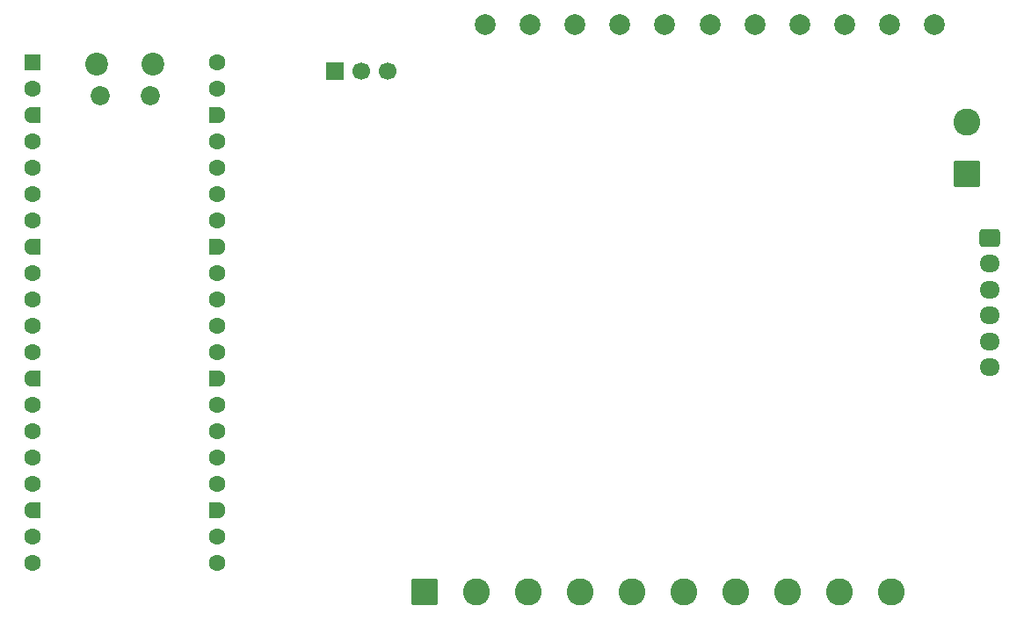
<source format=gbs>
%TF.GenerationSoftware,KiCad,Pcbnew,9.0.2*%
%TF.CreationDate,2025-06-08T07:26:58-06:00*%
%TF.ProjectId,Pico_H-bridge_complete,5069636f-5f48-42d6-9272-696467655f63,rev?*%
%TF.SameCoordinates,Original*%
%TF.FileFunction,Soldermask,Bot*%
%TF.FilePolarity,Negative*%
%FSLAX46Y46*%
G04 Gerber Fmt 4.6, Leading zero omitted, Abs format (unit mm)*
G04 Created by KiCad (PCBNEW 9.0.2) date 2025-06-08 07:26:58*
%MOMM*%
%LPD*%
G01*
G04 APERTURE LIST*
G04 Aperture macros list*
%AMRoundRect*
0 Rectangle with rounded corners*
0 $1 Rounding radius*
0 $2 $3 $4 $5 $6 $7 $8 $9 X,Y pos of 4 corners*
0 Add a 4 corners polygon primitive as box body*
4,1,4,$2,$3,$4,$5,$6,$7,$8,$9,$2,$3,0*
0 Add four circle primitives for the rounded corners*
1,1,$1+$1,$2,$3*
1,1,$1+$1,$4,$5*
1,1,$1+$1,$6,$7*
1,1,$1+$1,$8,$9*
0 Add four rect primitives between the rounded corners*
20,1,$1+$1,$2,$3,$4,$5,0*
20,1,$1+$1,$4,$5,$6,$7,0*
20,1,$1+$1,$6,$7,$8,$9,0*
20,1,$1+$1,$8,$9,$2,$3,0*%
%AMFreePoly0*
4,1,37,0.603843,0.796157,0.639018,0.796157,0.711114,0.766294,0.766294,0.711114,0.796157,0.639018,0.796157,0.603843,0.800000,0.600000,0.800000,-0.600000,0.796157,-0.603843,0.796157,-0.639018,0.766294,-0.711114,0.711114,-0.766294,0.639018,-0.796157,0.603843,-0.796157,0.600000,-0.800000,0.000000,-0.800000,0.000000,-0.796148,-0.078414,-0.796148,-0.232228,-0.765552,-0.377117,-0.705537,
-0.507515,-0.618408,-0.618408,-0.507515,-0.705537,-0.377117,-0.765552,-0.232228,-0.796148,-0.078414,-0.796148,0.078414,-0.765552,0.232228,-0.705537,0.377117,-0.618408,0.507515,-0.507515,0.618408,-0.377117,0.705537,-0.232228,0.765552,-0.078414,0.796148,0.000000,0.796148,0.000000,0.800000,0.600000,0.800000,0.603843,0.796157,0.603843,0.796157,$1*%
%AMFreePoly1*
4,1,37,0.000000,0.796148,0.078414,0.796148,0.232228,0.765552,0.377117,0.705537,0.507515,0.618408,0.618408,0.507515,0.705537,0.377117,0.765552,0.232228,0.796148,0.078414,0.796148,-0.078414,0.765552,-0.232228,0.705537,-0.377117,0.618408,-0.507515,0.507515,-0.618408,0.377117,-0.705537,0.232228,-0.765552,0.078414,-0.796148,0.000000,-0.796148,0.000000,-0.800000,-0.600000,-0.800000,
-0.603843,-0.796157,-0.639018,-0.796157,-0.711114,-0.766294,-0.766294,-0.711114,-0.796157,-0.639018,-0.796157,-0.603843,-0.800000,-0.600000,-0.800000,0.600000,-0.796157,0.603843,-0.796157,0.639018,-0.766294,0.711114,-0.711114,0.766294,-0.639018,0.796157,-0.603843,0.796157,-0.600000,0.800000,0.000000,0.800000,0.000000,0.796148,0.000000,0.796148,$1*%
G04 Aperture macros list end*
%ADD10C,2.200000*%
%ADD11C,1.850000*%
%ADD12RoundRect,0.200000X-0.600000X-0.600000X0.600000X-0.600000X0.600000X0.600000X-0.600000X0.600000X0*%
%ADD13C,1.600000*%
%ADD14FreePoly0,0.000000*%
%ADD15FreePoly1,0.000000*%
%ADD16C,2.000000*%
%ADD17RoundRect,0.250000X-0.725000X0.600000X-0.725000X-0.600000X0.725000X-0.600000X0.725000X0.600000X0*%
%ADD18O,1.950000X1.700000*%
%ADD19RoundRect,0.250000X-1.050000X-1.050000X1.050000X-1.050000X1.050000X1.050000X-1.050000X1.050000X0*%
%ADD20C,2.600000*%
%ADD21RoundRect,0.250000X1.050000X-1.050000X1.050000X1.050000X-1.050000X1.050000X-1.050000X-1.050000X0*%
%ADD22R,1.700000X1.700000*%
%ADD23C,1.700000*%
G04 APERTURE END LIST*
D10*
%TO.C,U1*%
X97165000Y-63130000D03*
D11*
X97465000Y-66160000D03*
X102315000Y-66160000D03*
D10*
X102615000Y-63130000D03*
D12*
X91000000Y-63000000D03*
D13*
X91000000Y-65540000D03*
D14*
X91000000Y-68080000D03*
D13*
X91000000Y-70620000D03*
X91000000Y-73160000D03*
X91000000Y-75700000D03*
X91000000Y-78240000D03*
D14*
X91000000Y-80780000D03*
D13*
X91000000Y-83320000D03*
X91000000Y-85860000D03*
X91000000Y-88400000D03*
X91000000Y-90940000D03*
D14*
X91000000Y-93480000D03*
D13*
X91000000Y-96020000D03*
X91000000Y-98560000D03*
X91000000Y-101100000D03*
X91000000Y-103640000D03*
D14*
X91000000Y-106180000D03*
D13*
X91000000Y-108720000D03*
X91000000Y-111260000D03*
X108780000Y-111260000D03*
X108780000Y-108720000D03*
D15*
X108780000Y-106180000D03*
D13*
X108780000Y-103640000D03*
X108780000Y-101100000D03*
X108780000Y-98560000D03*
X108780000Y-96020000D03*
D15*
X108780000Y-93480000D03*
D13*
X108780000Y-90940000D03*
X108780000Y-88400000D03*
X108780000Y-85860000D03*
X108780000Y-83320000D03*
D15*
X108780000Y-80780000D03*
D13*
X108780000Y-78240000D03*
X108780000Y-75700000D03*
X108780000Y-73160000D03*
X108780000Y-70620000D03*
D15*
X108780000Y-68080000D03*
D13*
X108780000Y-65540000D03*
X108780000Y-63000000D03*
%TD*%
D16*
%TO.C,TP3*%
X177885000Y-59325000D03*
%TD*%
%TO.C,TP11*%
X147568000Y-59325000D03*
%TD*%
%TO.C,TP10*%
X138906000Y-59325000D03*
%TD*%
%TO.C,TP9*%
X143237000Y-59325000D03*
%TD*%
%TO.C,TP8*%
X151899000Y-59325000D03*
%TD*%
%TO.C,TP7*%
X169223000Y-59325000D03*
%TD*%
%TO.C,TP6*%
X164892000Y-59325000D03*
%TD*%
%TO.C,TP5*%
X160561000Y-59325000D03*
%TD*%
%TO.C,TP4*%
X156230000Y-59325000D03*
%TD*%
%TO.C,TP2*%
X173554000Y-59325000D03*
%TD*%
%TO.C,TP1*%
X134575000Y-59325000D03*
%TD*%
D17*
%TO.C,J2*%
X183200000Y-79880000D03*
D18*
X183200000Y-82380000D03*
X183200000Y-84880000D03*
X183200000Y-87380000D03*
X183200000Y-89880000D03*
X183200000Y-92380000D03*
%TD*%
D19*
%TO.C,J1*%
X128730000Y-114000000D03*
D20*
X133730000Y-114000000D03*
X138730000Y-114000000D03*
X143730000Y-114000000D03*
X148730000Y-114000000D03*
X153730000Y-114000000D03*
X158730000Y-114000000D03*
X163730000Y-114000000D03*
X168730000Y-114000000D03*
X173730000Y-114000000D03*
%TD*%
D21*
%TO.C,J3*%
X180945000Y-73730000D03*
D20*
X180945000Y-68730000D03*
%TD*%
D22*
%TO.C,JP1*%
X120080000Y-63795000D03*
D23*
X122620000Y-63795000D03*
X125160000Y-63795000D03*
%TD*%
M02*

</source>
